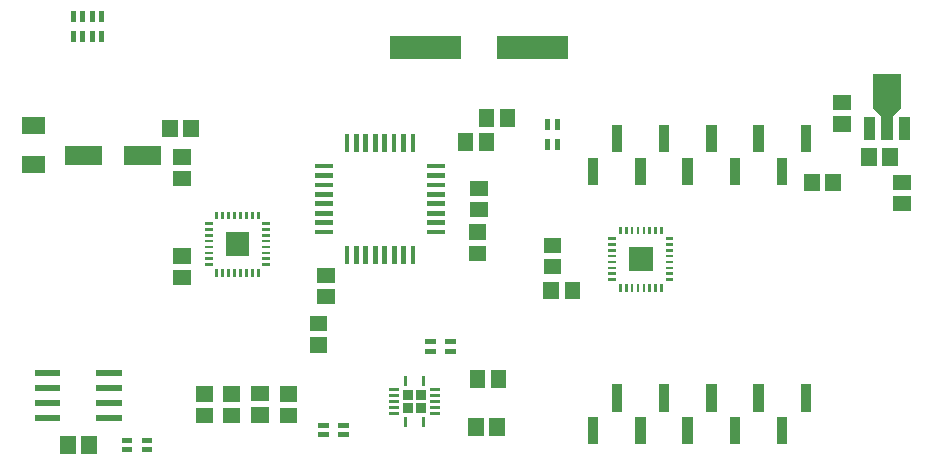
<source format=gbr>
G04 start of page 11 for group -4015 idx -4015 *
G04 Title: (unknown), toppaste *
G04 Creator: pcb 20140316 *
G04 CreationDate: Fri 02 Jun 2017 03:03:48 AM GMT UTC *
G04 For: railfan *
G04 Format: Gerber/RS-274X *
G04 PCB-Dimensions (mil): 3500.00 1750.00 *
G04 PCB-Coordinate-Origin: lower left *
%MOIN*%
%FSLAX25Y25*%
%LNTOPPASTE*%
%ADD104R,0.0350X0.0350*%
%ADD103R,0.0157X0.0157*%
%ADD102R,0.0787X0.0787*%
%ADD101R,0.0550X0.0550*%
%ADD100R,0.0630X0.0630*%
%ADD99R,0.0091X0.0091*%
%ADD98R,0.0200X0.0200*%
%ADD97R,0.0110X0.0110*%
%ADD96C,0.0001*%
%ADD95R,0.0945X0.0945*%
%ADD94R,0.0378X0.0378*%
%ADD93R,0.0167X0.0167*%
%ADD92R,0.0512X0.0512*%
G54D92*X98043Y113936D02*Y113150D01*
X90957Y113936D02*Y113150D01*
X94607Y96957D02*X95393D01*
X94607Y104043D02*X95393D01*
X218107Y74543D02*X218893D01*
X218107Y67457D02*X218893D01*
X142607Y64543D02*X143393D01*
X142607Y57457D02*X143393D01*
X140107Y48500D02*X140893D01*
X140107Y41414D02*X140893D01*
X189457Y109393D02*Y108607D01*
X196543Y109393D02*Y108607D01*
X218000Y59893D02*Y59107D01*
X225086Y59893D02*Y59107D01*
X56957Y8393D02*Y7607D01*
X64043Y8393D02*Y7607D01*
X130107Y25043D02*X130893D01*
X130107Y17957D02*X130893D01*
G54D93*X141217Y14575D02*X143087D01*
X141217Y11425D02*X143087D01*
X147913D02*X149783D01*
X147913Y14575D02*X149783D01*
G54D94*X324094Y115610D02*Y111516D01*
X330000Y123326D02*Y111516D01*
G54D95*Y126950D02*Y125060D01*
G54D96*G36*
X326695Y121755D02*X329535Y118915D01*
X328115Y117495D01*
X325275Y120335D01*
X326695Y121755D01*
G37*
G36*
X330465Y118915D02*X333305Y121755D01*
X334725Y120335D01*
X331885Y117495D01*
X330465Y118915D01*
G37*
G54D94*X335906Y115610D02*Y111516D01*
G54D92*X314607Y122086D02*X315393D01*
X314607Y115000D02*X315393D01*
G54D97*X178169Y18563D02*X180413D01*
X178169Y20531D02*X180413D01*
X178169Y22500D02*X180413D01*
X178169Y24469D02*X180413D01*
X178169Y26437D02*X180413D01*
X175453Y30413D02*Y28169D01*
X169547Y30413D02*Y28169D01*
X164587Y26437D02*X166831D01*
X164587Y24469D02*X166831D01*
X164587Y22500D02*X166831D01*
X164587Y20531D02*X166831D01*
X164587Y18563D02*X166831D01*
X169547Y16831D02*Y14587D01*
X175453Y16831D02*Y14587D01*
G54D96*G36*
X173091Y21909D02*Y18681D01*
X176319D01*
Y21909D01*
X173091D01*
G37*
G36*
X168681D02*Y18681D01*
X171909D01*
Y21909D01*
X168681D01*
G37*
G36*
X173091Y26319D02*Y23091D01*
X176319D01*
Y26319D01*
X173091D01*
G37*
G36*
X168681D02*Y23091D01*
X171909D01*
Y26319D01*
X168681D01*
G37*
G54D93*X176869Y42500D02*X178739D01*
X176869Y39350D02*X178739D01*
X183565D02*X185435D01*
X183565Y42500D02*X185435D01*
G54D92*X111107Y25000D02*X111893D01*
X111107Y17914D02*X111893D01*
G54D98*X67500Y17000D02*X74000D01*
X67500Y22000D02*X74000D01*
X67500Y27000D02*X74000D01*
X67500Y32000D02*X74000D01*
X47000D02*X53500D01*
X47000Y27000D02*X53500D01*
X47000Y22000D02*X53500D01*
X47000Y17000D02*X53500D01*
G54D99*X106610Y66280D02*Y64626D01*
X108579Y66280D02*Y64626D01*
X110547Y66280D02*Y64626D01*
X112516Y66280D02*Y64626D01*
X114484Y66280D02*Y64626D01*
X116453Y66280D02*Y64626D01*
X118421Y66280D02*Y64626D01*
X120390Y66280D02*Y64626D01*
X122220Y68110D02*X123874D01*
X122220Y70079D02*X123874D01*
X122220Y72047D02*X123874D01*
X122220Y74016D02*X123874D01*
X122220Y75984D02*X123874D01*
X122220Y77953D02*X123874D01*
X122220Y79921D02*X123874D01*
X122220Y81890D02*X123874D01*
X120390Y85374D02*Y83720D01*
X118421Y85374D02*Y83720D01*
X116453Y85374D02*Y83720D01*
X114484Y85374D02*Y83720D01*
X112516Y85374D02*Y83720D01*
X110547Y85374D02*Y83720D01*
X108579Y85374D02*Y83720D01*
X106610Y85374D02*Y83720D01*
X103126Y81890D02*X104780D01*
X103126Y79921D02*X104780D01*
X103126Y77953D02*X104780D01*
X103126Y75984D02*X104780D01*
X103126Y74016D02*X104780D01*
X103126Y72047D02*X104780D01*
X103126Y70079D02*X104780D01*
X103126Y68110D02*X104780D01*
G54D96*G36*
X109563Y78937D02*Y71063D01*
X117437D01*
Y78937D01*
X109563D01*
G37*
G54D99*X241110Y61280D02*Y59626D01*
X243079Y61280D02*Y59626D01*
X245047Y61280D02*Y59626D01*
X247016Y61280D02*Y59626D01*
X248984Y61280D02*Y59626D01*
X250953Y61280D02*Y59626D01*
X252921Y61280D02*Y59626D01*
X254890Y61280D02*Y59626D01*
X256720Y63110D02*X258374D01*
X256720Y65079D02*X258374D01*
X256720Y67047D02*X258374D01*
X256720Y69016D02*X258374D01*
X256720Y70984D02*X258374D01*
X256720Y72953D02*X258374D01*
X256720Y74921D02*X258374D01*
X256720Y76890D02*X258374D01*
X254890Y80374D02*Y78720D01*
X252921Y80374D02*Y78720D01*
X250953Y80374D02*Y78720D01*
X248984Y80374D02*Y78720D01*
X247016Y80374D02*Y78720D01*
X245047Y80374D02*Y78720D01*
X243079Y80374D02*Y78720D01*
X241110Y80374D02*Y78720D01*
X237626Y76890D02*X239280D01*
X237626Y74921D02*X239280D01*
X237626Y72953D02*X239280D01*
X237626Y70984D02*X239280D01*
X237626Y69016D02*X239280D01*
X237626Y67047D02*X239280D01*
X237626Y65079D02*X239280D01*
X237626Y63110D02*X239280D01*
G54D96*G36*
X244063Y73937D02*Y66063D01*
X251937D01*
Y73937D01*
X244063D01*
G37*
G54D92*X102107Y25043D02*X102893D01*
X102107Y17957D02*X102893D01*
G54D93*X82413Y6425D02*X84283D01*
X82413Y9575D02*X84283D01*
X75717D02*X77587D01*
X75717Y6425D02*X77587D01*
G54D92*X120607Y25086D02*X121393D01*
X120607Y18000D02*X121393D01*
G54D93*X58776Y145087D02*Y143217D01*
X61925Y145087D02*Y143217D01*
X65075Y145087D02*Y143217D01*
X68224Y145087D02*Y143217D01*
Y151783D02*Y149913D01*
X65075Y151783D02*Y149913D01*
X61925Y151783D02*Y149913D01*
X58776Y151783D02*Y149913D01*
G54D100*X59008Y104500D02*X65307D01*
X78693D02*X84992D01*
G54D101*X44500Y114500D02*X46500D01*
X44500Y101500D02*X46500D01*
G54D92*X94607Y71043D02*X95393D01*
X94607Y63957D02*X95393D01*
G54D102*X203843Y140500D02*X219591D01*
X168409D02*X184157D01*
G54D92*X203543Y117393D02*Y116607D01*
X196457Y117393D02*Y116607D01*
G54D103*X177566Y78977D02*X181992D01*
X177566Y82126D02*X181992D01*
X177566Y85276D02*X181992D01*
X177566Y88425D02*X181992D01*
X177566Y91575D02*X181992D01*
X177566Y94725D02*X181992D01*
X177566Y97874D02*X181992D01*
X177566Y101024D02*X181992D01*
X172023Y110992D02*Y106566D01*
X168874Y110992D02*Y106566D01*
X165724Y110992D02*Y106566D01*
X162575Y110992D02*Y106566D01*
X159425Y110992D02*Y106566D01*
X156275Y110992D02*Y106566D01*
X153126Y110992D02*Y106566D01*
X149976Y110992D02*Y106566D01*
X140008Y101023D02*X144434D01*
X140008Y97874D02*X144434D01*
X140008Y94724D02*X144434D01*
X140008Y91575D02*X144434D01*
X140008Y88425D02*X144434D01*
X140008Y85275D02*X144434D01*
X140008Y82126D02*X144434D01*
X140008Y78976D02*X144434D01*
X149977Y73434D02*Y69008D01*
X153126Y73434D02*Y69008D01*
X156276Y73434D02*Y69008D01*
X159425Y73434D02*Y69008D01*
X162575Y73434D02*Y69008D01*
X165725Y73434D02*Y69008D01*
X168874Y73434D02*Y69008D01*
X172024Y73434D02*Y69008D01*
G54D92*X193107Y79043D02*X193893D01*
X193107Y71957D02*X193893D01*
X304957Y95893D02*Y95107D01*
X312043Y95893D02*Y95107D01*
X334607Y88457D02*X335393D01*
X334607Y95543D02*X335393D01*
G54D104*X302933Y113055D02*Y107543D01*
X287185Y113055D02*Y107543D01*
X271437Y113055D02*Y107543D01*
X255689Y113055D02*Y107543D01*
X239941Y113055D02*Y107543D01*
X232067Y102071D02*Y96559D01*
X247815Y102071D02*Y96559D01*
X263563Y102071D02*Y96559D01*
X279311Y102071D02*Y96559D01*
X295059Y102071D02*Y96559D01*
X302933Y26441D02*Y20929D01*
X287185Y26441D02*Y20929D01*
X271437Y26441D02*Y20929D01*
X255689Y26441D02*Y20929D01*
X239941Y26441D02*Y20929D01*
X232067Y15457D02*Y9945D01*
X247815Y15457D02*Y9945D01*
X263563Y15457D02*Y9945D01*
X279311Y15457D02*Y9945D01*
X295059Y15457D02*Y9945D01*
G54D92*X331043Y104393D02*Y103607D01*
X323957Y104393D02*Y103607D01*
X193607Y93586D02*X194393D01*
X193607Y86500D02*X194393D01*
X200043Y14393D02*Y13607D01*
X192957Y14393D02*Y13607D01*
X200543Y30393D02*Y29607D01*
X193457Y30393D02*Y29607D01*
G54D93*X216925Y109087D02*Y107217D01*
X220075Y109087D02*Y107217D01*
Y115783D02*Y113913D01*
X216925Y115783D02*Y113913D01*
M02*

</source>
